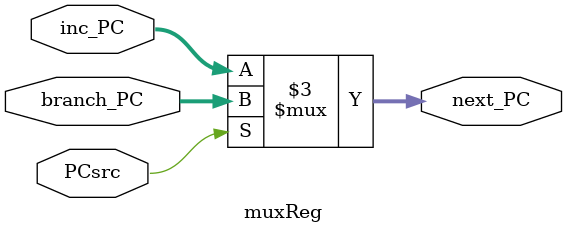
<source format=sv>
module muxReg #(
    parameter DATA_WIDTH = 32
)(
    input logic PCsrc,
    input logic [DATA_WIDTH-1:0] branch_PC,
    input logic [DATA_WIDTH-1:0] inc_PC,
    output logic [DATA_WIDTH-1:0] next_PC
);

always_comb begin
    if(PCsrc) begin
        next_PC = branch_PC;
    end else begin
        next_PC = inc_PC;
    end
end

endmodule

</source>
